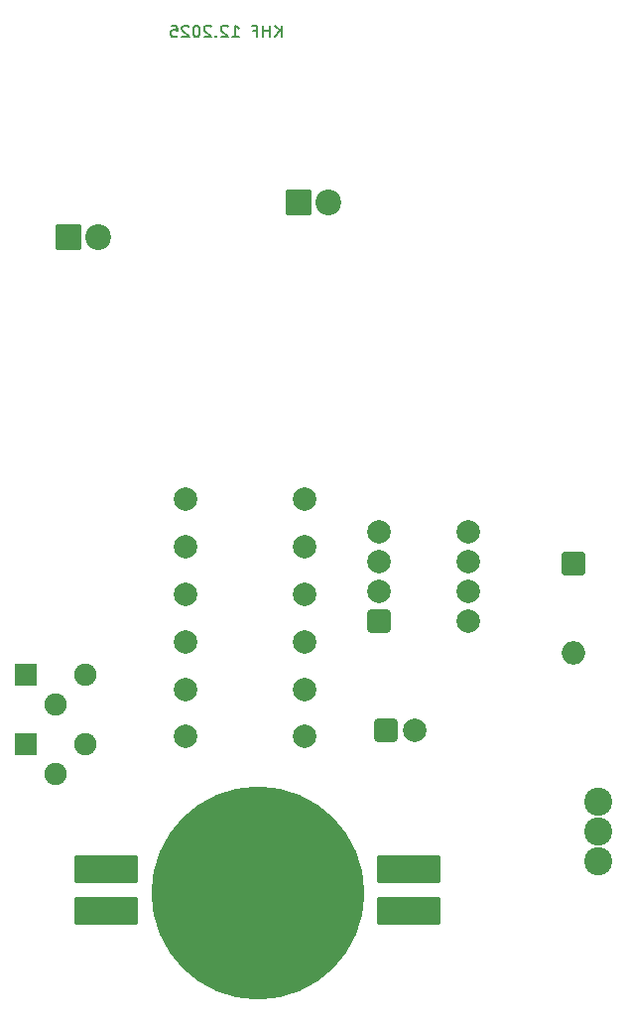
<source format=gbr>
%TF.GenerationSoftware,KiCad,Pcbnew,9.0.6*%
%TF.CreationDate,2025-11-30T13:40:04+01:00*%
%TF.ProjectId,Pinguin,50696e67-7569-46e2-9e6b-696361645f70,rev?*%
%TF.SameCoordinates,Original*%
%TF.FileFunction,Soldermask,Bot*%
%TF.FilePolarity,Negative*%
%FSLAX46Y46*%
G04 Gerber Fmt 4.6, Leading zero omitted, Abs format (unit mm)*
G04 Created by KiCad (PCBNEW 9.0.6) date 2025-11-30 13:40:04*
%MOMM*%
%LPD*%
G01*
G04 APERTURE LIST*
G04 Aperture macros list*
%AMRoundRect*
0 Rectangle with rounded corners*
0 $1 Rounding radius*
0 $2 $3 $4 $5 $6 $7 $8 $9 X,Y pos of 4 corners*
0 Add a 4 corners polygon primitive as box body*
4,1,4,$2,$3,$4,$5,$6,$7,$8,$9,$2,$3,0*
0 Add four circle primitives for the rounded corners*
1,1,$1+$1,$2,$3*
1,1,$1+$1,$4,$5*
1,1,$1+$1,$6,$7*
1,1,$1+$1,$8,$9*
0 Add four rect primitives between the rounded corners*
20,1,$1+$1,$2,$3,$4,$5,0*
20,1,$1+$1,$4,$5,$6,$7,0*
20,1,$1+$1,$6,$7,$8,$9,0*
20,1,$1+$1,$8,$9,$2,$3,0*%
G04 Aperture macros list end*
%ADD10C,0.200000*%
%ADD11RoundRect,0.200000X-2.500000X-1.000000X2.500000X-1.000000X2.500000X1.000000X-2.500000X1.000000X0*%
%ADD12C,18.180000*%
%ADD13RoundRect,0.312500X-0.687500X-0.687500X0.687500X-0.687500X0.687500X0.687500X-0.687500X0.687500X0*%
%ADD14C,2.000000*%
%ADD15C,2.400000*%
%ADD16RoundRect,0.200000X-0.750000X-0.750000X0.750000X-0.750000X0.750000X0.750000X-0.750000X0.750000X0*%
%ADD17C,1.900000*%
%ADD18RoundRect,0.200000X-0.800000X0.800000X-0.800000X-0.800000X0.800000X-0.800000X0.800000X0.800000X0*%
%ADD19O,2.000000X2.000000*%
%ADD20RoundRect,0.200000X-0.900000X-0.900000X0.900000X-0.900000X0.900000X0.900000X-0.900000X0.900000X0*%
%ADD21C,2.200000*%
G04 APERTURE END LIST*
D10*
X105430326Y-52417219D02*
X105430326Y-51417219D01*
X104858898Y-52417219D02*
X105287469Y-51845790D01*
X104858898Y-51417219D02*
X105430326Y-51988647D01*
X104430326Y-52417219D02*
X104430326Y-51417219D01*
X104430326Y-51893409D02*
X103858898Y-51893409D01*
X103858898Y-52417219D02*
X103858898Y-51417219D01*
X103049374Y-51893409D02*
X103382707Y-51893409D01*
X103382707Y-52417219D02*
X103382707Y-51417219D01*
X103382707Y-51417219D02*
X102906517Y-51417219D01*
X101239850Y-52417219D02*
X101811278Y-52417219D01*
X101525564Y-52417219D02*
X101525564Y-51417219D01*
X101525564Y-51417219D02*
X101620802Y-51560076D01*
X101620802Y-51560076D02*
X101716040Y-51655314D01*
X101716040Y-51655314D02*
X101811278Y-51702933D01*
X100858897Y-51512457D02*
X100811278Y-51464838D01*
X100811278Y-51464838D02*
X100716040Y-51417219D01*
X100716040Y-51417219D02*
X100477945Y-51417219D01*
X100477945Y-51417219D02*
X100382707Y-51464838D01*
X100382707Y-51464838D02*
X100335088Y-51512457D01*
X100335088Y-51512457D02*
X100287469Y-51607695D01*
X100287469Y-51607695D02*
X100287469Y-51702933D01*
X100287469Y-51702933D02*
X100335088Y-51845790D01*
X100335088Y-51845790D02*
X100906516Y-52417219D01*
X100906516Y-52417219D02*
X100287469Y-52417219D01*
X99858897Y-52321980D02*
X99811278Y-52369600D01*
X99811278Y-52369600D02*
X99858897Y-52417219D01*
X99858897Y-52417219D02*
X99906516Y-52369600D01*
X99906516Y-52369600D02*
X99858897Y-52321980D01*
X99858897Y-52321980D02*
X99858897Y-52417219D01*
X99430326Y-51512457D02*
X99382707Y-51464838D01*
X99382707Y-51464838D02*
X99287469Y-51417219D01*
X99287469Y-51417219D02*
X99049374Y-51417219D01*
X99049374Y-51417219D02*
X98954136Y-51464838D01*
X98954136Y-51464838D02*
X98906517Y-51512457D01*
X98906517Y-51512457D02*
X98858898Y-51607695D01*
X98858898Y-51607695D02*
X98858898Y-51702933D01*
X98858898Y-51702933D02*
X98906517Y-51845790D01*
X98906517Y-51845790D02*
X99477945Y-52417219D01*
X99477945Y-52417219D02*
X98858898Y-52417219D01*
X98239850Y-51417219D02*
X98144612Y-51417219D01*
X98144612Y-51417219D02*
X98049374Y-51464838D01*
X98049374Y-51464838D02*
X98001755Y-51512457D01*
X98001755Y-51512457D02*
X97954136Y-51607695D01*
X97954136Y-51607695D02*
X97906517Y-51798171D01*
X97906517Y-51798171D02*
X97906517Y-52036266D01*
X97906517Y-52036266D02*
X97954136Y-52226742D01*
X97954136Y-52226742D02*
X98001755Y-52321980D01*
X98001755Y-52321980D02*
X98049374Y-52369600D01*
X98049374Y-52369600D02*
X98144612Y-52417219D01*
X98144612Y-52417219D02*
X98239850Y-52417219D01*
X98239850Y-52417219D02*
X98335088Y-52369600D01*
X98335088Y-52369600D02*
X98382707Y-52321980D01*
X98382707Y-52321980D02*
X98430326Y-52226742D01*
X98430326Y-52226742D02*
X98477945Y-52036266D01*
X98477945Y-52036266D02*
X98477945Y-51798171D01*
X98477945Y-51798171D02*
X98430326Y-51607695D01*
X98430326Y-51607695D02*
X98382707Y-51512457D01*
X98382707Y-51512457D02*
X98335088Y-51464838D01*
X98335088Y-51464838D02*
X98239850Y-51417219D01*
X97525564Y-51512457D02*
X97477945Y-51464838D01*
X97477945Y-51464838D02*
X97382707Y-51417219D01*
X97382707Y-51417219D02*
X97144612Y-51417219D01*
X97144612Y-51417219D02*
X97049374Y-51464838D01*
X97049374Y-51464838D02*
X97001755Y-51512457D01*
X97001755Y-51512457D02*
X96954136Y-51607695D01*
X96954136Y-51607695D02*
X96954136Y-51702933D01*
X96954136Y-51702933D02*
X97001755Y-51845790D01*
X97001755Y-51845790D02*
X97573183Y-52417219D01*
X97573183Y-52417219D02*
X96954136Y-52417219D01*
X96049374Y-51417219D02*
X96525564Y-51417219D01*
X96525564Y-51417219D02*
X96573183Y-51893409D01*
X96573183Y-51893409D02*
X96525564Y-51845790D01*
X96525564Y-51845790D02*
X96430326Y-51798171D01*
X96430326Y-51798171D02*
X96192231Y-51798171D01*
X96192231Y-51798171D02*
X96096993Y-51845790D01*
X96096993Y-51845790D02*
X96049374Y-51893409D01*
X96049374Y-51893409D02*
X96001755Y-51988647D01*
X96001755Y-51988647D02*
X96001755Y-52226742D01*
X96001755Y-52226742D02*
X96049374Y-52321980D01*
X96049374Y-52321980D02*
X96096993Y-52369600D01*
X96096993Y-52369600D02*
X96192231Y-52417219D01*
X96192231Y-52417219D02*
X96430326Y-52417219D01*
X96430326Y-52417219D02*
X96525564Y-52369600D01*
X96525564Y-52369600D02*
X96573183Y-52321980D01*
D11*
%TO.C,U2*%
X90446000Y-126974000D03*
X90446000Y-123418000D03*
X116340000Y-126974000D03*
X116340000Y-123418000D03*
D12*
X103400000Y-125450000D03*
%TD*%
D13*
%TO.C,NE555*%
X113800000Y-102250000D03*
D14*
X113800000Y-99710000D03*
X113800000Y-97170000D03*
X113800000Y-94630000D03*
X121420000Y-94630000D03*
X121420000Y-97170000D03*
X121420000Y-99710000D03*
X121420000Y-102250000D03*
%TD*%
D15*
%TO.C,S1*%
X132450000Y-122700000D03*
X132450000Y-120160000D03*
X132450000Y-117620000D03*
%TD*%
D14*
%TO.C,R7*%
X97220000Y-95900000D03*
X107380000Y-95900000D03*
%TD*%
%TO.C,R6*%
X97220000Y-99950000D03*
X107380000Y-99950000D03*
%TD*%
%TO.C,R5*%
X97220000Y-104000000D03*
X107380000Y-104000000D03*
%TD*%
%TO.C,R4*%
X97220000Y-108050000D03*
X107380000Y-108050000D03*
%TD*%
%TO.C,R3*%
X97220000Y-112100000D03*
X107380000Y-112100000D03*
%TD*%
%TO.C,R1off1*%
X97220000Y-91850000D03*
X107380000Y-91850000D03*
%TD*%
D16*
%TO.C,Q2*%
X83650000Y-106800000D03*
D17*
X86190000Y-109340000D03*
X88730000Y-106800000D03*
%TD*%
D16*
%TO.C,Q1*%
X83650000Y-112742385D03*
D17*
X86190000Y-115282385D03*
X88730000Y-112742385D03*
%TD*%
D18*
%TO.C,1N4148*%
X130400000Y-97300000D03*
D19*
X130400000Y-104920000D03*
%TD*%
D20*
%TO.C,D2*%
X87250000Y-69500000D03*
D21*
X89790000Y-69500000D03*
%TD*%
D20*
%TO.C,D1*%
X106950000Y-66500000D03*
D21*
X109490000Y-66500000D03*
%TD*%
D13*
%TO.C,C1*%
X114350000Y-111550000D03*
D14*
X116850000Y-111550000D03*
%TD*%
M02*

</source>
